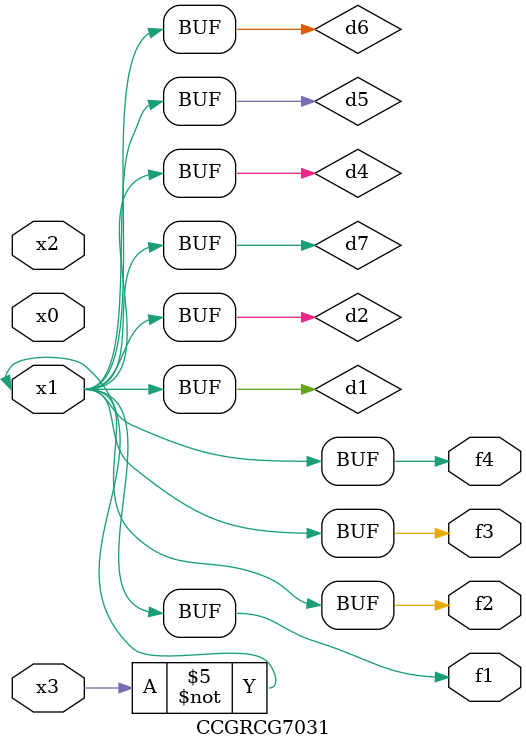
<source format=v>
module CCGRCG7031(
	input x0, x1, x2, x3,
	output f1, f2, f3, f4
);

	wire d1, d2, d3, d4, d5, d6, d7;

	not (d1, x3);
	buf (d2, x1);
	xnor (d3, d1, d2);
	nor (d4, d1);
	buf (d5, d1, d2);
	buf (d6, d4, d5);
	nand (d7, d4);
	assign f1 = d6;
	assign f2 = d7;
	assign f3 = d6;
	assign f4 = d6;
endmodule

</source>
